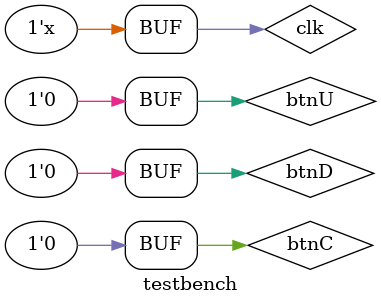
<source format=v>
`timescale 1ns / 1ps


module testbench();
reg clk;
reg btnC;
wire clk_lf;
wire [1:0]level;
wire clk_game;
reg btnU, btnD;
wire up, down;

// clk_wiz_0 u1(clk,clk_lf,btnC); // S?n?r? 4 mhz 
   // clk_divider u1(clk,btnC,clk_lf); // Tamamd?r 10 Hz pulse 
  //  clk_sel u2(clk_lf,level,btnC,clk_game); // Tamamd?r 10 /2/4/8/16 
   edge_detector u1(clk,btnC,btnU,up);
  edge_detector u2(clk,btnC,btnD,down);
  updown_counter u3(up,down,btnC,level);
always  
#5 clk=~clk; 
initial 
begin
clk=0;
btnC=1;
#8
btnC=0;

#8000;
btnU=1'b1;
#100;
btnU=0;
#8000;
btnU=1'b1;
#100;
btnU=0;
#100;
#8000;

btnD=1'b1;
#100;
btnD=0;
#100;

end
/*
reg btnC, btnU, btnD;
reg clk;
reg sw0, sw15;
wire [6:0] seg;
wire [3:0] an;
wire dp;
wire [15:0] led;
topmodule u1(clk, sw0, sw15, btnU, btnC, btnD, an, seg, dp, led); */


 
endmodule

</source>
